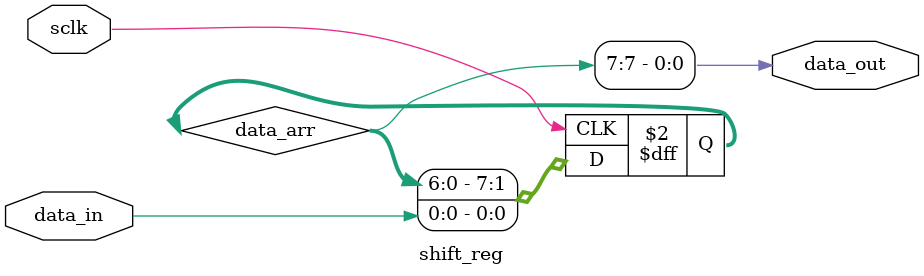
<source format=v>
module  shift_reg #(
        parameter       DLY_CNT =       'd8             
)(
        input                   sclk                    ,       
        input                   data_in                 ,       
        output  wire            data_out                       
);

reg     [DLY_CNT-1:0]           data_arr                        ;       

always  @(posedge sclk) begin
        data_arr        <=      {data_arr[DLY_CNT-2:0], data_in};
end

assign  data_out        =       data_arr[DLY_CNT-1];

endmodule

</source>
